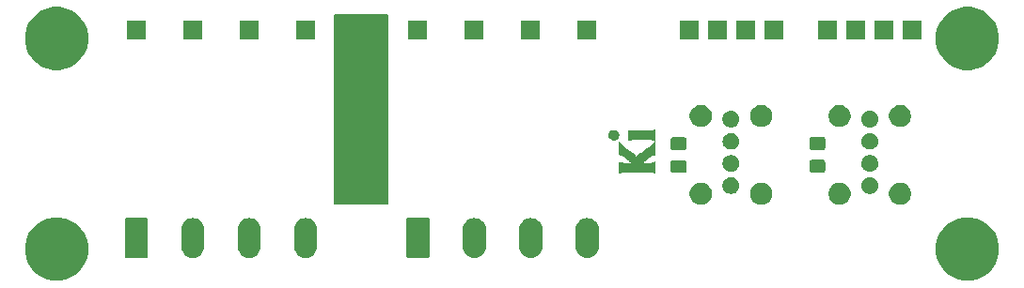
<source format=gts>
G04 #@! TF.GenerationSoftware,KiCad,Pcbnew,(5.0.2)-1*
G04 #@! TF.CreationDate,2020-01-05T18:08:36+01:00*
G04 #@! TF.ProjectId,EleLab_v2_Frontpanel_a,456c654c-6162-45f7-9632-5f46726f6e74,rev?*
G04 #@! TF.SameCoordinates,Original*
G04 #@! TF.FileFunction,Soldermask,Top*
G04 #@! TF.FilePolarity,Negative*
%FSLAX46Y46*%
G04 Gerber Fmt 4.6, Leading zero omitted, Abs format (unit mm)*
G04 Created by KiCad (PCBNEW (5.0.2)-1) date 05/01/2020 18:08:36*
%MOMM*%
%LPD*%
G01*
G04 APERTURE LIST*
%ADD10C,0.150000*%
%ADD11C,0.010000*%
%ADD12C,0.100000*%
G04 APERTURE END LIST*
D10*
G04 #@! TO.C,LO_1*
G36*
X99061600Y-74922800D02*
X99061600Y-91890000D01*
X103786000Y-91890000D01*
X103786000Y-74922800D01*
X99061600Y-74922800D01*
G37*
X99061600Y-74922800D02*
X99061600Y-91890000D01*
X103786000Y-91890000D01*
X103786000Y-74922800D01*
X99061600Y-74922800D01*
D11*
G04 #@! TO.C,LO_2*
G36*
X124628400Y-86886253D02*
X124628400Y-86340941D01*
X124829787Y-86539721D01*
X125192691Y-86869429D01*
X125466815Y-87083849D01*
X125570400Y-87162297D01*
X125690529Y-87256856D01*
X125814202Y-87356950D01*
X125928419Y-87452002D01*
X126020181Y-87531434D01*
X126047760Y-87556532D01*
X126135212Y-87637964D01*
X126226356Y-87568006D01*
X126415604Y-87432564D01*
X126555050Y-87345022D01*
X126637286Y-87290152D01*
X126716612Y-87228876D01*
X126722607Y-87223727D01*
X126805581Y-87154778D01*
X126908137Y-87074253D01*
X127018288Y-86991058D01*
X127124047Y-86914098D01*
X127213425Y-86852281D01*
X127270547Y-86816624D01*
X127323596Y-86781543D01*
X127402062Y-86723014D01*
X127493252Y-86651180D01*
X127584472Y-86576185D01*
X127663032Y-86508172D01*
X127702020Y-86471800D01*
X127728081Y-86447911D01*
X127775406Y-86405637D01*
X127784570Y-86397523D01*
X127854200Y-86335945D01*
X127854200Y-87462400D01*
X127775923Y-87462400D01*
X127699395Y-87479163D01*
X127594149Y-87526393D01*
X127468239Y-87599507D01*
X127329716Y-87693919D01*
X127215533Y-87781458D01*
X127123313Y-87852732D01*
X127032269Y-87918053D01*
X126959535Y-87965223D01*
X126948833Y-87971329D01*
X126882434Y-88011371D01*
X126834284Y-88046658D01*
X126825500Y-88055301D01*
X126786816Y-88089862D01*
X126730250Y-88130085D01*
X126682093Y-88167774D01*
X126660487Y-88198285D01*
X126660400Y-88199586D01*
X126685091Y-88208462D01*
X126756381Y-88215582D01*
X126870092Y-88220736D01*
X127022044Y-88223717D01*
X127156961Y-88224400D01*
X127336263Y-88223716D01*
X127472270Y-88221305D01*
X127572475Y-88216625D01*
X127644369Y-88209137D01*
X127695443Y-88198302D01*
X127733188Y-88183579D01*
X127734811Y-88182756D01*
X127794491Y-88147283D01*
X127832618Y-88115777D01*
X127834761Y-88112906D01*
X127840323Y-88128403D01*
X127845262Y-88187753D01*
X127849312Y-88284014D01*
X127852207Y-88410241D01*
X127853682Y-88559489D01*
X127853811Y-88611206D01*
X127854200Y-89137711D01*
X127784350Y-89108032D01*
X127725758Y-89079859D01*
X127690370Y-89057776D01*
X127661142Y-89053943D01*
X127585781Y-89050343D01*
X127468951Y-89047041D01*
X127315317Y-89044104D01*
X127129546Y-89041601D01*
X126916302Y-89039596D01*
X126680251Y-89038158D01*
X126426059Y-89037353D01*
X126254290Y-89037201D01*
X125950311Y-89037259D01*
X125692912Y-89037530D01*
X125477874Y-89038154D01*
X125300978Y-89039274D01*
X125158004Y-89041031D01*
X125044733Y-89043567D01*
X124956945Y-89047024D01*
X124890421Y-89051543D01*
X124840941Y-89057267D01*
X124804286Y-89064338D01*
X124776237Y-89072896D01*
X124752574Y-89083084D01*
X124742699Y-89088001D01*
X124680869Y-89118756D01*
X124641660Y-89136810D01*
X124635729Y-89138801D01*
X124633507Y-89114665D01*
X124631556Y-89047312D01*
X124629984Y-88944328D01*
X124628901Y-88813294D01*
X124628415Y-88661795D01*
X124628400Y-88628083D01*
X124628664Y-88454940D01*
X124629831Y-88326371D01*
X124632464Y-88236154D01*
X124637123Y-88178063D01*
X124644372Y-88145876D01*
X124654772Y-88133368D01*
X124668885Y-88134314D01*
X124672850Y-88135836D01*
X124761673Y-88169195D01*
X124850181Y-88193261D01*
X124949141Y-88209420D01*
X125069321Y-88219058D01*
X125221488Y-88223560D01*
X125361088Y-88224400D01*
X125780904Y-88224401D01*
X125707900Y-88148201D01*
X125657557Y-88100587D01*
X125620278Y-88074006D01*
X125613483Y-88072000D01*
X125587550Y-88056863D01*
X125534128Y-88017372D01*
X125464145Y-87962412D01*
X125388529Y-87900868D01*
X125318209Y-87841623D01*
X125264114Y-87793561D01*
X125238000Y-87766761D01*
X125210734Y-87744439D01*
X125154630Y-87706064D01*
X125111000Y-87678198D01*
X125023298Y-87619995D01*
X124936698Y-87557049D01*
X124908362Y-87534701D01*
X124841736Y-87489987D01*
X124780643Y-87464592D01*
X124764390Y-87462400D01*
X124720677Y-87461878D01*
X124687502Y-87456209D01*
X124663412Y-87439238D01*
X124646955Y-87404811D01*
X124636677Y-87346774D01*
X124631127Y-87258972D01*
X124628851Y-87135250D01*
X124628396Y-86969455D01*
X124628400Y-86886253D01*
X124628400Y-86886253D01*
G37*
X124628400Y-86886253D02*
X124628400Y-86340941D01*
X124829787Y-86539721D01*
X125192691Y-86869429D01*
X125466815Y-87083849D01*
X125570400Y-87162297D01*
X125690529Y-87256856D01*
X125814202Y-87356950D01*
X125928419Y-87452002D01*
X126020181Y-87531434D01*
X126047760Y-87556532D01*
X126135212Y-87637964D01*
X126226356Y-87568006D01*
X126415604Y-87432564D01*
X126555050Y-87345022D01*
X126637286Y-87290152D01*
X126716612Y-87228876D01*
X126722607Y-87223727D01*
X126805581Y-87154778D01*
X126908137Y-87074253D01*
X127018288Y-86991058D01*
X127124047Y-86914098D01*
X127213425Y-86852281D01*
X127270547Y-86816624D01*
X127323596Y-86781543D01*
X127402062Y-86723014D01*
X127493252Y-86651180D01*
X127584472Y-86576185D01*
X127663032Y-86508172D01*
X127702020Y-86471800D01*
X127728081Y-86447911D01*
X127775406Y-86405637D01*
X127784570Y-86397523D01*
X127854200Y-86335945D01*
X127854200Y-87462400D01*
X127775923Y-87462400D01*
X127699395Y-87479163D01*
X127594149Y-87526393D01*
X127468239Y-87599507D01*
X127329716Y-87693919D01*
X127215533Y-87781458D01*
X127123313Y-87852732D01*
X127032269Y-87918053D01*
X126959535Y-87965223D01*
X126948833Y-87971329D01*
X126882434Y-88011371D01*
X126834284Y-88046658D01*
X126825500Y-88055301D01*
X126786816Y-88089862D01*
X126730250Y-88130085D01*
X126682093Y-88167774D01*
X126660487Y-88198285D01*
X126660400Y-88199586D01*
X126685091Y-88208462D01*
X126756381Y-88215582D01*
X126870092Y-88220736D01*
X127022044Y-88223717D01*
X127156961Y-88224400D01*
X127336263Y-88223716D01*
X127472270Y-88221305D01*
X127572475Y-88216625D01*
X127644369Y-88209137D01*
X127695443Y-88198302D01*
X127733188Y-88183579D01*
X127734811Y-88182756D01*
X127794491Y-88147283D01*
X127832618Y-88115777D01*
X127834761Y-88112906D01*
X127840323Y-88128403D01*
X127845262Y-88187753D01*
X127849312Y-88284014D01*
X127852207Y-88410241D01*
X127853682Y-88559489D01*
X127853811Y-88611206D01*
X127854200Y-89137711D01*
X127784350Y-89108032D01*
X127725758Y-89079859D01*
X127690370Y-89057776D01*
X127661142Y-89053943D01*
X127585781Y-89050343D01*
X127468951Y-89047041D01*
X127315317Y-89044104D01*
X127129546Y-89041601D01*
X126916302Y-89039596D01*
X126680251Y-89038158D01*
X126426059Y-89037353D01*
X126254290Y-89037201D01*
X125950311Y-89037259D01*
X125692912Y-89037530D01*
X125477874Y-89038154D01*
X125300978Y-89039274D01*
X125158004Y-89041031D01*
X125044733Y-89043567D01*
X124956945Y-89047024D01*
X124890421Y-89051543D01*
X124840941Y-89057267D01*
X124804286Y-89064338D01*
X124776237Y-89072896D01*
X124752574Y-89083084D01*
X124742699Y-89088001D01*
X124680869Y-89118756D01*
X124641660Y-89136810D01*
X124635729Y-89138801D01*
X124633507Y-89114665D01*
X124631556Y-89047312D01*
X124629984Y-88944328D01*
X124628901Y-88813294D01*
X124628415Y-88661795D01*
X124628400Y-88628083D01*
X124628664Y-88454940D01*
X124629831Y-88326371D01*
X124632464Y-88236154D01*
X124637123Y-88178063D01*
X124644372Y-88145876D01*
X124654772Y-88133368D01*
X124668885Y-88134314D01*
X124672850Y-88135836D01*
X124761673Y-88169195D01*
X124850181Y-88193261D01*
X124949141Y-88209420D01*
X125069321Y-88219058D01*
X125221488Y-88223560D01*
X125361088Y-88224400D01*
X125780904Y-88224401D01*
X125707900Y-88148201D01*
X125657557Y-88100587D01*
X125620278Y-88074006D01*
X125613483Y-88072000D01*
X125587550Y-88056863D01*
X125534128Y-88017372D01*
X125464145Y-87962412D01*
X125388529Y-87900868D01*
X125318209Y-87841623D01*
X125264114Y-87793561D01*
X125238000Y-87766761D01*
X125210734Y-87744439D01*
X125154630Y-87706064D01*
X125111000Y-87678198D01*
X125023298Y-87619995D01*
X124936698Y-87557049D01*
X124908362Y-87534701D01*
X124841736Y-87489987D01*
X124780643Y-87464592D01*
X124764390Y-87462400D01*
X124720677Y-87461878D01*
X124687502Y-87456209D01*
X124663412Y-87439238D01*
X124646955Y-87404811D01*
X124636677Y-87346774D01*
X124631127Y-87258972D01*
X124628851Y-87135250D01*
X124628396Y-86969455D01*
X124628400Y-86886253D01*
G36*
X126592045Y-85303400D02*
X126863528Y-85303179D01*
X127088618Y-85302417D01*
X127271721Y-85300974D01*
X127417240Y-85298706D01*
X127529583Y-85295469D01*
X127613155Y-85291122D01*
X127672359Y-85285520D01*
X127711603Y-85278522D01*
X127735292Y-85269984D01*
X127741395Y-85266108D01*
X127778943Y-85239822D01*
X127807085Y-85229109D01*
X127827174Y-85239290D01*
X127840563Y-85275688D01*
X127848605Y-85343624D01*
X127852653Y-85448422D01*
X127854060Y-85595402D01*
X127854200Y-85709800D01*
X127853515Y-85860082D01*
X127851608Y-85991273D01*
X127848702Y-86095573D01*
X127845017Y-86165181D01*
X127840776Y-86192295D01*
X127840488Y-86192400D01*
X127811454Y-86181845D01*
X127754509Y-86155274D01*
X127727200Y-86141600D01*
X127699760Y-86128734D01*
X127669394Y-86118241D01*
X127630920Y-86109880D01*
X127579155Y-86103409D01*
X127508918Y-86098589D01*
X127415027Y-86095178D01*
X127292301Y-86092935D01*
X127135559Y-86091619D01*
X126939617Y-86090990D01*
X126699296Y-86090805D01*
X126634750Y-86090800D01*
X126377269Y-86091053D01*
X126165749Y-86091929D01*
X125995351Y-86093604D01*
X125861238Y-86096252D01*
X125758571Y-86100050D01*
X125682513Y-86105173D01*
X125628226Y-86111797D01*
X125590872Y-86120097D01*
X125566938Y-86129553D01*
X125492000Y-86168305D01*
X125492000Y-85303400D01*
X126592045Y-85303400D01*
X126592045Y-85303400D01*
G37*
X126592045Y-85303400D02*
X126863528Y-85303179D01*
X127088618Y-85302417D01*
X127271721Y-85300974D01*
X127417240Y-85298706D01*
X127529583Y-85295469D01*
X127613155Y-85291122D01*
X127672359Y-85285520D01*
X127711603Y-85278522D01*
X127735292Y-85269984D01*
X127741395Y-85266108D01*
X127778943Y-85239822D01*
X127807085Y-85229109D01*
X127827174Y-85239290D01*
X127840563Y-85275688D01*
X127848605Y-85343624D01*
X127852653Y-85448422D01*
X127854060Y-85595402D01*
X127854200Y-85709800D01*
X127853515Y-85860082D01*
X127851608Y-85991273D01*
X127848702Y-86095573D01*
X127845017Y-86165181D01*
X127840776Y-86192295D01*
X127840488Y-86192400D01*
X127811454Y-86181845D01*
X127754509Y-86155274D01*
X127727200Y-86141600D01*
X127699760Y-86128734D01*
X127669394Y-86118241D01*
X127630920Y-86109880D01*
X127579155Y-86103409D01*
X127508918Y-86098589D01*
X127415027Y-86095178D01*
X127292301Y-86092935D01*
X127135559Y-86091619D01*
X126939617Y-86090990D01*
X126699296Y-86090805D01*
X126634750Y-86090800D01*
X126377269Y-86091053D01*
X126165749Y-86091929D01*
X125995351Y-86093604D01*
X125861238Y-86096252D01*
X125758571Y-86100050D01*
X125682513Y-86105173D01*
X125628226Y-86111797D01*
X125590872Y-86120097D01*
X125566938Y-86129553D01*
X125492000Y-86168305D01*
X125492000Y-85303400D01*
X126592045Y-85303400D01*
G36*
X123725960Y-85544059D02*
X123792395Y-85426455D01*
X123895045Y-85332977D01*
X123981124Y-85289188D01*
X124119614Y-85258578D01*
X124257591Y-85267679D01*
X124379084Y-85315027D01*
X124397850Y-85327412D01*
X124485408Y-85417851D01*
X124545553Y-85536729D01*
X124575418Y-85669667D01*
X124572134Y-85802287D01*
X124532832Y-85920210D01*
X124520244Y-85940994D01*
X124441394Y-86023263D01*
X124332770Y-86091086D01*
X124215295Y-86133253D01*
X124145799Y-86141600D01*
X124036575Y-86122326D01*
X123922110Y-86071810D01*
X123823158Y-86001018D01*
X123774295Y-85945358D01*
X123713876Y-85813139D01*
X123698776Y-85676163D01*
X123725960Y-85544059D01*
X123725960Y-85544059D01*
G37*
X123725960Y-85544059D02*
X123792395Y-85426455D01*
X123895045Y-85332977D01*
X123981124Y-85289188D01*
X124119614Y-85258578D01*
X124257591Y-85267679D01*
X124379084Y-85315027D01*
X124397850Y-85327412D01*
X124485408Y-85417851D01*
X124545553Y-85536729D01*
X124575418Y-85669667D01*
X124572134Y-85802287D01*
X124532832Y-85920210D01*
X124520244Y-85940994D01*
X124441394Y-86023263D01*
X124332770Y-86091086D01*
X124215295Y-86133253D01*
X124145799Y-86141600D01*
X124036575Y-86122326D01*
X123922110Y-86071810D01*
X123823158Y-86001018D01*
X123774295Y-85945358D01*
X123713876Y-85813139D01*
X123698776Y-85676163D01*
X123725960Y-85544059D01*
D12*
G36*
X74831312Y-93259523D02*
X75349982Y-93474363D01*
X75816772Y-93786262D01*
X76213738Y-94183228D01*
X76525637Y-94650018D01*
X76740477Y-95168688D01*
X76850000Y-95719298D01*
X76850000Y-96280702D01*
X76740477Y-96831312D01*
X76525637Y-97349982D01*
X76213738Y-97816772D01*
X75816772Y-98213738D01*
X75349982Y-98525637D01*
X74831312Y-98740477D01*
X74280702Y-98850000D01*
X73719298Y-98850000D01*
X73168688Y-98740477D01*
X72650018Y-98525637D01*
X72183228Y-98213738D01*
X71786262Y-97816772D01*
X71474363Y-97349982D01*
X71259523Y-96831312D01*
X71150000Y-96280702D01*
X71150000Y-95719298D01*
X71259523Y-95168688D01*
X71474363Y-94650018D01*
X71786262Y-94183228D01*
X72183228Y-93786262D01*
X72650018Y-93474363D01*
X73168688Y-93259523D01*
X73719298Y-93150000D01*
X74280702Y-93150000D01*
X74831312Y-93259523D01*
X74831312Y-93259523D01*
G37*
G36*
X156831312Y-93259523D02*
X157349982Y-93474363D01*
X157816772Y-93786262D01*
X158213738Y-94183228D01*
X158525637Y-94650018D01*
X158740477Y-95168688D01*
X158850000Y-95719298D01*
X158850000Y-96280702D01*
X158740477Y-96831312D01*
X158525637Y-97349982D01*
X158213738Y-97816772D01*
X157816772Y-98213738D01*
X157349982Y-98525637D01*
X156831312Y-98740477D01*
X156280702Y-98850000D01*
X155719298Y-98850000D01*
X155168688Y-98740477D01*
X154650018Y-98525637D01*
X154183228Y-98213738D01*
X153786262Y-97816772D01*
X153474363Y-97349982D01*
X153259523Y-96831312D01*
X153150000Y-96280702D01*
X153150000Y-95719298D01*
X153259523Y-95168688D01*
X153474363Y-94650018D01*
X153786262Y-94183228D01*
X154183228Y-93786262D01*
X154650018Y-93474363D01*
X155168688Y-93259523D01*
X155719298Y-93150000D01*
X156280702Y-93150000D01*
X156831312Y-93259523D01*
X156831312Y-93259523D01*
G37*
G36*
X91548875Y-93215048D02*
X91744915Y-93274516D01*
X91925589Y-93371088D01*
X92083949Y-93501051D01*
X92083950Y-93501053D01*
X92083952Y-93501054D01*
X92124663Y-93550661D01*
X92213912Y-93659411D01*
X92310484Y-93840084D01*
X92369952Y-94036124D01*
X92385000Y-94188909D01*
X92385000Y-95811091D01*
X92369952Y-95963876D01*
X92310484Y-96159916D01*
X92213912Y-96340589D01*
X92083949Y-96498949D01*
X91925589Y-96628912D01*
X91744916Y-96725484D01*
X91548876Y-96784952D01*
X91345000Y-96805032D01*
X91141125Y-96784952D01*
X90945085Y-96725484D01*
X90764412Y-96628912D01*
X90606052Y-96498949D01*
X90476089Y-96340589D01*
X90379517Y-96159916D01*
X90360628Y-96097646D01*
X90320048Y-95963877D01*
X90305000Y-95811084D01*
X90305000Y-94188910D01*
X90320048Y-94036125D01*
X90379516Y-93840085D01*
X90476088Y-93659411D01*
X90606051Y-93501051D01*
X90606053Y-93501050D01*
X90606054Y-93501048D01*
X90668258Y-93449999D01*
X90764411Y-93371088D01*
X90945084Y-93274516D01*
X91141124Y-93215048D01*
X91345000Y-93194968D01*
X91548875Y-93215048D01*
X91548875Y-93215048D01*
G37*
G36*
X86468875Y-93215048D02*
X86664915Y-93274516D01*
X86845589Y-93371088D01*
X87003949Y-93501051D01*
X87003950Y-93501053D01*
X87003952Y-93501054D01*
X87044663Y-93550661D01*
X87133912Y-93659411D01*
X87230484Y-93840084D01*
X87289952Y-94036124D01*
X87305000Y-94188909D01*
X87305000Y-95811091D01*
X87289952Y-95963876D01*
X87230484Y-96159916D01*
X87133912Y-96340589D01*
X87003949Y-96498949D01*
X86845589Y-96628912D01*
X86664916Y-96725484D01*
X86468876Y-96784952D01*
X86265000Y-96805032D01*
X86061125Y-96784952D01*
X85865085Y-96725484D01*
X85684412Y-96628912D01*
X85526052Y-96498949D01*
X85396089Y-96340589D01*
X85299517Y-96159916D01*
X85280628Y-96097646D01*
X85240048Y-95963877D01*
X85225000Y-95811084D01*
X85225000Y-94188910D01*
X85240048Y-94036125D01*
X85299516Y-93840085D01*
X85396088Y-93659411D01*
X85526051Y-93501051D01*
X85526053Y-93501050D01*
X85526054Y-93501048D01*
X85588258Y-93449999D01*
X85684411Y-93371088D01*
X85865084Y-93274516D01*
X86061124Y-93215048D01*
X86265000Y-93194968D01*
X86468875Y-93215048D01*
X86468875Y-93215048D01*
G37*
G36*
X111813875Y-93215048D02*
X112009915Y-93274516D01*
X112190589Y-93371088D01*
X112348949Y-93501051D01*
X112348950Y-93501053D01*
X112348952Y-93501054D01*
X112389663Y-93550661D01*
X112478912Y-93659411D01*
X112575484Y-93840084D01*
X112634952Y-94036124D01*
X112650000Y-94188909D01*
X112650000Y-95811091D01*
X112634952Y-95963876D01*
X112575484Y-96159916D01*
X112478912Y-96340589D01*
X112348949Y-96498949D01*
X112190589Y-96628912D01*
X112009916Y-96725484D01*
X111813876Y-96784952D01*
X111610000Y-96805032D01*
X111406125Y-96784952D01*
X111210085Y-96725484D01*
X111029412Y-96628912D01*
X110871052Y-96498949D01*
X110741089Y-96340589D01*
X110644517Y-96159916D01*
X110625628Y-96097646D01*
X110585048Y-95963877D01*
X110570000Y-95811084D01*
X110570000Y-94188910D01*
X110585048Y-94036125D01*
X110644516Y-93840085D01*
X110741088Y-93659411D01*
X110871051Y-93501051D01*
X110871053Y-93501050D01*
X110871054Y-93501048D01*
X110933258Y-93449999D01*
X111029411Y-93371088D01*
X111210084Y-93274516D01*
X111406124Y-93215048D01*
X111610000Y-93194968D01*
X111813875Y-93215048D01*
X111813875Y-93215048D01*
G37*
G36*
X116893875Y-93215048D02*
X117089915Y-93274516D01*
X117270589Y-93371088D01*
X117428949Y-93501051D01*
X117428950Y-93501053D01*
X117428952Y-93501054D01*
X117469663Y-93550661D01*
X117558912Y-93659411D01*
X117655484Y-93840084D01*
X117714952Y-94036124D01*
X117730000Y-94188909D01*
X117730000Y-95811091D01*
X117714952Y-95963876D01*
X117655484Y-96159916D01*
X117558912Y-96340589D01*
X117428949Y-96498949D01*
X117270589Y-96628912D01*
X117089916Y-96725484D01*
X116893876Y-96784952D01*
X116690000Y-96805032D01*
X116486125Y-96784952D01*
X116290085Y-96725484D01*
X116109412Y-96628912D01*
X115951052Y-96498949D01*
X115821089Y-96340589D01*
X115724517Y-96159916D01*
X115705628Y-96097646D01*
X115665048Y-95963877D01*
X115650000Y-95811084D01*
X115650000Y-94188910D01*
X115665048Y-94036125D01*
X115724516Y-93840085D01*
X115821088Y-93659411D01*
X115951051Y-93501051D01*
X115951053Y-93501050D01*
X115951054Y-93501048D01*
X116013258Y-93449999D01*
X116109411Y-93371088D01*
X116290084Y-93274516D01*
X116486124Y-93215048D01*
X116690000Y-93194968D01*
X116893875Y-93215048D01*
X116893875Y-93215048D01*
G37*
G36*
X121973875Y-93215048D02*
X122169915Y-93274516D01*
X122350589Y-93371088D01*
X122508949Y-93501051D01*
X122508950Y-93501053D01*
X122508952Y-93501054D01*
X122549663Y-93550661D01*
X122638912Y-93659411D01*
X122735484Y-93840084D01*
X122794952Y-94036124D01*
X122810000Y-94188909D01*
X122810000Y-95811091D01*
X122794952Y-95963876D01*
X122735484Y-96159916D01*
X122638912Y-96340589D01*
X122508949Y-96498949D01*
X122350589Y-96628912D01*
X122169916Y-96725484D01*
X121973876Y-96784952D01*
X121770000Y-96805032D01*
X121566125Y-96784952D01*
X121370085Y-96725484D01*
X121189412Y-96628912D01*
X121031052Y-96498949D01*
X120901089Y-96340589D01*
X120804517Y-96159916D01*
X120785628Y-96097646D01*
X120745048Y-95963877D01*
X120730000Y-95811084D01*
X120730000Y-94188910D01*
X120745048Y-94036125D01*
X120804516Y-93840085D01*
X120901088Y-93659411D01*
X121031051Y-93501051D01*
X121031053Y-93501050D01*
X121031054Y-93501048D01*
X121093258Y-93449999D01*
X121189411Y-93371088D01*
X121370084Y-93274516D01*
X121566124Y-93215048D01*
X121770000Y-93194968D01*
X121973875Y-93215048D01*
X121973875Y-93215048D01*
G37*
G36*
X96628875Y-93215048D02*
X96824915Y-93274516D01*
X97005589Y-93371088D01*
X97163949Y-93501051D01*
X97163950Y-93501053D01*
X97163952Y-93501054D01*
X97204663Y-93550661D01*
X97293912Y-93659411D01*
X97390484Y-93840084D01*
X97449952Y-94036124D01*
X97465000Y-94188909D01*
X97465000Y-95811091D01*
X97449952Y-95963876D01*
X97390484Y-96159916D01*
X97293912Y-96340589D01*
X97163949Y-96498949D01*
X97005589Y-96628912D01*
X96824916Y-96725484D01*
X96628876Y-96784952D01*
X96425000Y-96805032D01*
X96221125Y-96784952D01*
X96025085Y-96725484D01*
X95844412Y-96628912D01*
X95686052Y-96498949D01*
X95556089Y-96340589D01*
X95459517Y-96159916D01*
X95440628Y-96097646D01*
X95400048Y-95963877D01*
X95385000Y-95811084D01*
X95385000Y-94188910D01*
X95400048Y-94036125D01*
X95459516Y-93840085D01*
X95556088Y-93659411D01*
X95686051Y-93501051D01*
X95686053Y-93501050D01*
X95686054Y-93501048D01*
X95748258Y-93449999D01*
X95844411Y-93371088D01*
X96025084Y-93274516D01*
X96221124Y-93215048D01*
X96425000Y-93194968D01*
X96628875Y-93215048D01*
X96628875Y-93215048D01*
G37*
G36*
X107445081Y-93203572D02*
X107474055Y-93212361D01*
X107500760Y-93226635D01*
X107524160Y-93245840D01*
X107543365Y-93269240D01*
X107557639Y-93295945D01*
X107566428Y-93324919D01*
X107570000Y-93361187D01*
X107570000Y-96638813D01*
X107566428Y-96675081D01*
X107557639Y-96704055D01*
X107543365Y-96730760D01*
X107524160Y-96754160D01*
X107500760Y-96773365D01*
X107474055Y-96787639D01*
X107445081Y-96796428D01*
X107408813Y-96800000D01*
X105651187Y-96800000D01*
X105614919Y-96796428D01*
X105585945Y-96787639D01*
X105559240Y-96773365D01*
X105535840Y-96754160D01*
X105516635Y-96730760D01*
X105502361Y-96704055D01*
X105493572Y-96675081D01*
X105490000Y-96638813D01*
X105490000Y-93361187D01*
X105493572Y-93324919D01*
X105502361Y-93295945D01*
X105516635Y-93269240D01*
X105535840Y-93245840D01*
X105559240Y-93226635D01*
X105585945Y-93212361D01*
X105614919Y-93203572D01*
X105651187Y-93200000D01*
X107408813Y-93200000D01*
X107445081Y-93203572D01*
X107445081Y-93203572D01*
G37*
G36*
X82100081Y-93203572D02*
X82129055Y-93212361D01*
X82155760Y-93226635D01*
X82179160Y-93245840D01*
X82198365Y-93269240D01*
X82212639Y-93295945D01*
X82221428Y-93324919D01*
X82225000Y-93361187D01*
X82225000Y-96638813D01*
X82221428Y-96675081D01*
X82212639Y-96704055D01*
X82198365Y-96730760D01*
X82179160Y-96754160D01*
X82155760Y-96773365D01*
X82129055Y-96787639D01*
X82100081Y-96796428D01*
X82063813Y-96800000D01*
X80306187Y-96800000D01*
X80269919Y-96796428D01*
X80240945Y-96787639D01*
X80214240Y-96773365D01*
X80190840Y-96754160D01*
X80171635Y-96730760D01*
X80157361Y-96704055D01*
X80148572Y-96675081D01*
X80145000Y-96638813D01*
X80145000Y-93361187D01*
X80148572Y-93324919D01*
X80157361Y-93295945D01*
X80171635Y-93269240D01*
X80190840Y-93245840D01*
X80214240Y-93226635D01*
X80240945Y-93212361D01*
X80269919Y-93203572D01*
X80306187Y-93200000D01*
X82063813Y-93200000D01*
X82100081Y-93203572D01*
X82100081Y-93203572D01*
G37*
G36*
X132175770Y-90015372D02*
X132291689Y-90038429D01*
X132473678Y-90113811D01*
X132637463Y-90223249D01*
X132776751Y-90362537D01*
X132886189Y-90526322D01*
X132961571Y-90708311D01*
X133000000Y-90901509D01*
X133000000Y-91098491D01*
X132961571Y-91291689D01*
X132886189Y-91473678D01*
X132776751Y-91637463D01*
X132637463Y-91776751D01*
X132473678Y-91886189D01*
X132291689Y-91961571D01*
X132175770Y-91984628D01*
X132098493Y-92000000D01*
X131901507Y-92000000D01*
X131824230Y-91984628D01*
X131708311Y-91961571D01*
X131526322Y-91886189D01*
X131362537Y-91776751D01*
X131223249Y-91637463D01*
X131113811Y-91473678D01*
X131038429Y-91291689D01*
X131000000Y-91098491D01*
X131000000Y-90901509D01*
X131038429Y-90708311D01*
X131113811Y-90526322D01*
X131223249Y-90362537D01*
X131362537Y-90223249D01*
X131526322Y-90113811D01*
X131708311Y-90038429D01*
X131824230Y-90015372D01*
X131901507Y-90000000D01*
X132098493Y-90000000D01*
X132175770Y-90015372D01*
X132175770Y-90015372D01*
G37*
G36*
X150115770Y-90015372D02*
X150231689Y-90038429D01*
X150413678Y-90113811D01*
X150577463Y-90223249D01*
X150716751Y-90362537D01*
X150826189Y-90526322D01*
X150901571Y-90708311D01*
X150940000Y-90901509D01*
X150940000Y-91098491D01*
X150901571Y-91291689D01*
X150826189Y-91473678D01*
X150716751Y-91637463D01*
X150577463Y-91776751D01*
X150413678Y-91886189D01*
X150231689Y-91961571D01*
X150115770Y-91984628D01*
X150038493Y-92000000D01*
X149841507Y-92000000D01*
X149764230Y-91984628D01*
X149648311Y-91961571D01*
X149466322Y-91886189D01*
X149302537Y-91776751D01*
X149163249Y-91637463D01*
X149053811Y-91473678D01*
X148978429Y-91291689D01*
X148940000Y-91098491D01*
X148940000Y-90901509D01*
X148978429Y-90708311D01*
X149053811Y-90526322D01*
X149163249Y-90362537D01*
X149302537Y-90223249D01*
X149466322Y-90113811D01*
X149648311Y-90038429D01*
X149764230Y-90015372D01*
X149841507Y-90000000D01*
X150038493Y-90000000D01*
X150115770Y-90015372D01*
X150115770Y-90015372D01*
G37*
G36*
X144675770Y-90015372D02*
X144791689Y-90038429D01*
X144973678Y-90113811D01*
X145137463Y-90223249D01*
X145276751Y-90362537D01*
X145386189Y-90526322D01*
X145461571Y-90708311D01*
X145500000Y-90901509D01*
X145500000Y-91098491D01*
X145461571Y-91291689D01*
X145386189Y-91473678D01*
X145276751Y-91637463D01*
X145137463Y-91776751D01*
X144973678Y-91886189D01*
X144791689Y-91961571D01*
X144675770Y-91984628D01*
X144598493Y-92000000D01*
X144401507Y-92000000D01*
X144324230Y-91984628D01*
X144208311Y-91961571D01*
X144026322Y-91886189D01*
X143862537Y-91776751D01*
X143723249Y-91637463D01*
X143613811Y-91473678D01*
X143538429Y-91291689D01*
X143500000Y-91098491D01*
X143500000Y-90901509D01*
X143538429Y-90708311D01*
X143613811Y-90526322D01*
X143723249Y-90362537D01*
X143862537Y-90223249D01*
X144026322Y-90113811D01*
X144208311Y-90038429D01*
X144324230Y-90015372D01*
X144401507Y-90000000D01*
X144598493Y-90000000D01*
X144675770Y-90015372D01*
X144675770Y-90015372D01*
G37*
G36*
X137615770Y-90015372D02*
X137731689Y-90038429D01*
X137913678Y-90113811D01*
X138077463Y-90223249D01*
X138216751Y-90362537D01*
X138326189Y-90526322D01*
X138401571Y-90708311D01*
X138440000Y-90901509D01*
X138440000Y-91098491D01*
X138401571Y-91291689D01*
X138326189Y-91473678D01*
X138216751Y-91637463D01*
X138077463Y-91776751D01*
X137913678Y-91886189D01*
X137731689Y-91961571D01*
X137615770Y-91984628D01*
X137538493Y-92000000D01*
X137341507Y-92000000D01*
X137264230Y-91984628D01*
X137148311Y-91961571D01*
X136966322Y-91886189D01*
X136802537Y-91776751D01*
X136663249Y-91637463D01*
X136553811Y-91473678D01*
X136478429Y-91291689D01*
X136440000Y-91098491D01*
X136440000Y-90901509D01*
X136478429Y-90708311D01*
X136553811Y-90526322D01*
X136663249Y-90362537D01*
X136802537Y-90223249D01*
X136966322Y-90113811D01*
X137148311Y-90038429D01*
X137264230Y-90015372D01*
X137341507Y-90000000D01*
X137538493Y-90000000D01*
X137615770Y-90015372D01*
X137615770Y-90015372D01*
G37*
G36*
X147366318Y-89534411D02*
X147438767Y-89548822D01*
X147495303Y-89572240D01*
X147575257Y-89605358D01*
X147698100Y-89687439D01*
X147802561Y-89791900D01*
X147884642Y-89914743D01*
X147941178Y-90051234D01*
X147970000Y-90196130D01*
X147970000Y-90343870D01*
X147941178Y-90488766D01*
X147884642Y-90625257D01*
X147802561Y-90748100D01*
X147698100Y-90852561D01*
X147575257Y-90934642D01*
X147495303Y-90967760D01*
X147438767Y-90991178D01*
X147366318Y-91005589D01*
X147293870Y-91020000D01*
X147146130Y-91020000D01*
X147073682Y-91005589D01*
X147001233Y-90991178D01*
X146944697Y-90967760D01*
X146864743Y-90934642D01*
X146741900Y-90852561D01*
X146637439Y-90748100D01*
X146555358Y-90625257D01*
X146498822Y-90488766D01*
X146470000Y-90343870D01*
X146470000Y-90196130D01*
X146498822Y-90051234D01*
X146555358Y-89914743D01*
X146637439Y-89791900D01*
X146741900Y-89687439D01*
X146864743Y-89605358D01*
X146944697Y-89572240D01*
X147001233Y-89548822D01*
X147073682Y-89534411D01*
X147146130Y-89520000D01*
X147293870Y-89520000D01*
X147366318Y-89534411D01*
X147366318Y-89534411D01*
G37*
G36*
X134866318Y-89534411D02*
X134938767Y-89548822D01*
X134995303Y-89572240D01*
X135075257Y-89605358D01*
X135198100Y-89687439D01*
X135302561Y-89791900D01*
X135384642Y-89914743D01*
X135441178Y-90051234D01*
X135470000Y-90196130D01*
X135470000Y-90343870D01*
X135441178Y-90488766D01*
X135384642Y-90625257D01*
X135302561Y-90748100D01*
X135198100Y-90852561D01*
X135075257Y-90934642D01*
X134995303Y-90967760D01*
X134938767Y-90991178D01*
X134866318Y-91005589D01*
X134793870Y-91020000D01*
X134646130Y-91020000D01*
X134573682Y-91005589D01*
X134501233Y-90991178D01*
X134444697Y-90967760D01*
X134364743Y-90934642D01*
X134241900Y-90852561D01*
X134137439Y-90748100D01*
X134055358Y-90625257D01*
X133998822Y-90488766D01*
X133970000Y-90343870D01*
X133970000Y-90196130D01*
X133998822Y-90051234D01*
X134055358Y-89914743D01*
X134137439Y-89791900D01*
X134241900Y-89687439D01*
X134364743Y-89605358D01*
X134444697Y-89572240D01*
X134501233Y-89548822D01*
X134573682Y-89534411D01*
X134646130Y-89520000D01*
X134793870Y-89520000D01*
X134866318Y-89534411D01*
X134866318Y-89534411D01*
G37*
G36*
X130555522Y-87979039D02*
X130589053Y-87989211D01*
X130619960Y-88005731D01*
X130647043Y-88027957D01*
X130669269Y-88055040D01*
X130685789Y-88085947D01*
X130695961Y-88119478D01*
X130700000Y-88160487D01*
X130700000Y-88939513D01*
X130695961Y-88980522D01*
X130685789Y-89014053D01*
X130669269Y-89044960D01*
X130647043Y-89072043D01*
X130619960Y-89094269D01*
X130589053Y-89110789D01*
X130555522Y-89120961D01*
X130514513Y-89125000D01*
X129485487Y-89125000D01*
X129444478Y-89120961D01*
X129410947Y-89110789D01*
X129380040Y-89094269D01*
X129352957Y-89072043D01*
X129330731Y-89044960D01*
X129314211Y-89014053D01*
X129304039Y-88980522D01*
X129300000Y-88939513D01*
X129300000Y-88160487D01*
X129304039Y-88119478D01*
X129314211Y-88085947D01*
X129330731Y-88055040D01*
X129352957Y-88027957D01*
X129380040Y-88005731D01*
X129410947Y-87989211D01*
X129444478Y-87979039D01*
X129485487Y-87975000D01*
X130514513Y-87975000D01*
X130555522Y-87979039D01*
X130555522Y-87979039D01*
G37*
G36*
X143055522Y-87954039D02*
X143089053Y-87964211D01*
X143119960Y-87980731D01*
X143147043Y-88002957D01*
X143169269Y-88030040D01*
X143185789Y-88060947D01*
X143195961Y-88094478D01*
X143200000Y-88135487D01*
X143200000Y-88914513D01*
X143195961Y-88955522D01*
X143185789Y-88989053D01*
X143169269Y-89019960D01*
X143147043Y-89047043D01*
X143119960Y-89069269D01*
X143089053Y-89085789D01*
X143055522Y-89095961D01*
X143014513Y-89100000D01*
X141985487Y-89100000D01*
X141944478Y-89095961D01*
X141910947Y-89085789D01*
X141880040Y-89069269D01*
X141852957Y-89047043D01*
X141830731Y-89019960D01*
X141814211Y-88989053D01*
X141804039Y-88955522D01*
X141800000Y-88914513D01*
X141800000Y-88135487D01*
X141804039Y-88094478D01*
X141814211Y-88060947D01*
X141830731Y-88030040D01*
X141852957Y-88002957D01*
X141880040Y-87980731D01*
X141910947Y-87964211D01*
X141944478Y-87954039D01*
X141985487Y-87950000D01*
X143014513Y-87950000D01*
X143055522Y-87954039D01*
X143055522Y-87954039D01*
G37*
G36*
X134866318Y-87534411D02*
X134938767Y-87548822D01*
X134995303Y-87572240D01*
X135075257Y-87605358D01*
X135198100Y-87687439D01*
X135302561Y-87791900D01*
X135384642Y-87914743D01*
X135417760Y-87994697D01*
X135431537Y-88027957D01*
X135441178Y-88051234D01*
X135470000Y-88196130D01*
X135470000Y-88343870D01*
X135441178Y-88488766D01*
X135384642Y-88625257D01*
X135302561Y-88748100D01*
X135198100Y-88852561D01*
X135075257Y-88934642D01*
X134995303Y-88967760D01*
X134938767Y-88991178D01*
X134866318Y-89005589D01*
X134793870Y-89020000D01*
X134646130Y-89020000D01*
X134573682Y-89005589D01*
X134501233Y-88991178D01*
X134444697Y-88967760D01*
X134364743Y-88934642D01*
X134241900Y-88852561D01*
X134137439Y-88748100D01*
X134055358Y-88625257D01*
X133998822Y-88488766D01*
X133970000Y-88343870D01*
X133970000Y-88196130D01*
X133998822Y-88051234D01*
X134008464Y-88027957D01*
X134022240Y-87994697D01*
X134055358Y-87914743D01*
X134137439Y-87791900D01*
X134241900Y-87687439D01*
X134364743Y-87605358D01*
X134444697Y-87572240D01*
X134501233Y-87548822D01*
X134573682Y-87534411D01*
X134646130Y-87520000D01*
X134793870Y-87520000D01*
X134866318Y-87534411D01*
X134866318Y-87534411D01*
G37*
G36*
X147366318Y-87534411D02*
X147438767Y-87548822D01*
X147495303Y-87572240D01*
X147575257Y-87605358D01*
X147698100Y-87687439D01*
X147802561Y-87791900D01*
X147884642Y-87914743D01*
X147917760Y-87994697D01*
X147931537Y-88027957D01*
X147941178Y-88051234D01*
X147970000Y-88196130D01*
X147970000Y-88343870D01*
X147941178Y-88488766D01*
X147884642Y-88625257D01*
X147802561Y-88748100D01*
X147698100Y-88852561D01*
X147575257Y-88934642D01*
X147495303Y-88967760D01*
X147438767Y-88991178D01*
X147366318Y-89005589D01*
X147293870Y-89020000D01*
X147146130Y-89020000D01*
X147073682Y-89005589D01*
X147001233Y-88991178D01*
X146944697Y-88967760D01*
X146864743Y-88934642D01*
X146741900Y-88852561D01*
X146637439Y-88748100D01*
X146555358Y-88625257D01*
X146498822Y-88488766D01*
X146470000Y-88343870D01*
X146470000Y-88196130D01*
X146498822Y-88051234D01*
X146508464Y-88027957D01*
X146522240Y-87994697D01*
X146555358Y-87914743D01*
X146637439Y-87791900D01*
X146741900Y-87687439D01*
X146864743Y-87605358D01*
X146944697Y-87572240D01*
X147001233Y-87548822D01*
X147073682Y-87534411D01*
X147146130Y-87520000D01*
X147293870Y-87520000D01*
X147366318Y-87534411D01*
X147366318Y-87534411D01*
G37*
G36*
X100768152Y-86066143D02*
X100913741Y-86126448D01*
X101044773Y-86214001D01*
X101156199Y-86325427D01*
X101243752Y-86456459D01*
X101304057Y-86602048D01*
X101334800Y-86756605D01*
X101334800Y-86914195D01*
X101304057Y-87068752D01*
X101243752Y-87214341D01*
X101156199Y-87345373D01*
X101044773Y-87456799D01*
X100913741Y-87544352D01*
X100768152Y-87604657D01*
X100613595Y-87635400D01*
X100456005Y-87635400D01*
X100301448Y-87604657D01*
X100155859Y-87544352D01*
X100024827Y-87456799D01*
X99913401Y-87345373D01*
X99825848Y-87214341D01*
X99765543Y-87068752D01*
X99734800Y-86914195D01*
X99734800Y-86756605D01*
X99765543Y-86602048D01*
X99825848Y-86456459D01*
X99913401Y-86325427D01*
X100024827Y-86214001D01*
X100155859Y-86126448D01*
X100301448Y-86066143D01*
X100456005Y-86035400D01*
X100613595Y-86035400D01*
X100768152Y-86066143D01*
X100768152Y-86066143D01*
G37*
G36*
X130555522Y-85929039D02*
X130589053Y-85939211D01*
X130619960Y-85955731D01*
X130647043Y-85977957D01*
X130669269Y-86005040D01*
X130685789Y-86035947D01*
X130695961Y-86069478D01*
X130700000Y-86110487D01*
X130700000Y-86889513D01*
X130695961Y-86930522D01*
X130685789Y-86964053D01*
X130669269Y-86994960D01*
X130647043Y-87022043D01*
X130619960Y-87044269D01*
X130589053Y-87060789D01*
X130555522Y-87070961D01*
X130514513Y-87075000D01*
X129485487Y-87075000D01*
X129444478Y-87070961D01*
X129410947Y-87060789D01*
X129380040Y-87044269D01*
X129352957Y-87022043D01*
X129330731Y-86994960D01*
X129314211Y-86964053D01*
X129304039Y-86930522D01*
X129300000Y-86889513D01*
X129300000Y-86110487D01*
X129304039Y-86069478D01*
X129314211Y-86035947D01*
X129330731Y-86005040D01*
X129352957Y-85977957D01*
X129380040Y-85955731D01*
X129410947Y-85939211D01*
X129444478Y-85929039D01*
X129485487Y-85925000D01*
X130514513Y-85925000D01*
X130555522Y-85929039D01*
X130555522Y-85929039D01*
G37*
G36*
X143055522Y-85904039D02*
X143089053Y-85914211D01*
X143119960Y-85930731D01*
X143147043Y-85952957D01*
X143169269Y-85980040D01*
X143185789Y-86010947D01*
X143195961Y-86044478D01*
X143200000Y-86085487D01*
X143200000Y-86864513D01*
X143195961Y-86905522D01*
X143185789Y-86939053D01*
X143169269Y-86969960D01*
X143147043Y-86997043D01*
X143119960Y-87019269D01*
X143089053Y-87035789D01*
X143055522Y-87045961D01*
X143014513Y-87050000D01*
X141985487Y-87050000D01*
X141944478Y-87045961D01*
X141910947Y-87035789D01*
X141880040Y-87019269D01*
X141852957Y-86997043D01*
X141830731Y-86969960D01*
X141814211Y-86939053D01*
X141804039Y-86905522D01*
X141800000Y-86864513D01*
X141800000Y-86085487D01*
X141804039Y-86044478D01*
X141814211Y-86010947D01*
X141830731Y-85980040D01*
X141852957Y-85952957D01*
X141880040Y-85930731D01*
X141910947Y-85914211D01*
X141944478Y-85904039D01*
X141985487Y-85900000D01*
X143014513Y-85900000D01*
X143055522Y-85904039D01*
X143055522Y-85904039D01*
G37*
G36*
X147366318Y-85534411D02*
X147438767Y-85548822D01*
X147495303Y-85572240D01*
X147575257Y-85605358D01*
X147698100Y-85687439D01*
X147802561Y-85791900D01*
X147884642Y-85914743D01*
X147906342Y-85967132D01*
X147941178Y-86051233D01*
X147951122Y-86101227D01*
X147970000Y-86196130D01*
X147970000Y-86343870D01*
X147941178Y-86488766D01*
X147884642Y-86625257D01*
X147802561Y-86748100D01*
X147698100Y-86852561D01*
X147575257Y-86934642D01*
X147504638Y-86963893D01*
X147438767Y-86991178D01*
X147385482Y-87001777D01*
X147293870Y-87020000D01*
X147146130Y-87020000D01*
X147054518Y-87001777D01*
X147001233Y-86991178D01*
X146935362Y-86963893D01*
X146864743Y-86934642D01*
X146741900Y-86852561D01*
X146637439Y-86748100D01*
X146555358Y-86625257D01*
X146498822Y-86488766D01*
X146470000Y-86343870D01*
X146470000Y-86196130D01*
X146488878Y-86101227D01*
X146498822Y-86051233D01*
X146533658Y-85967132D01*
X146555358Y-85914743D01*
X146637439Y-85791900D01*
X146741900Y-85687439D01*
X146864743Y-85605358D01*
X146944697Y-85572240D01*
X147001233Y-85548822D01*
X147073682Y-85534411D01*
X147146130Y-85520000D01*
X147293870Y-85520000D01*
X147366318Y-85534411D01*
X147366318Y-85534411D01*
G37*
G36*
X134866318Y-85534411D02*
X134938767Y-85548822D01*
X134995303Y-85572240D01*
X135075257Y-85605358D01*
X135198100Y-85687439D01*
X135302561Y-85791900D01*
X135384642Y-85914743D01*
X135406342Y-85967132D01*
X135441178Y-86051233D01*
X135451122Y-86101227D01*
X135470000Y-86196130D01*
X135470000Y-86343870D01*
X135441178Y-86488766D01*
X135384642Y-86625257D01*
X135302561Y-86748100D01*
X135198100Y-86852561D01*
X135075257Y-86934642D01*
X135004638Y-86963893D01*
X134938767Y-86991178D01*
X134885482Y-87001777D01*
X134793870Y-87020000D01*
X134646130Y-87020000D01*
X134554518Y-87001777D01*
X134501233Y-86991178D01*
X134435362Y-86963893D01*
X134364743Y-86934642D01*
X134241900Y-86852561D01*
X134137439Y-86748100D01*
X134055358Y-86625257D01*
X133998822Y-86488766D01*
X133970000Y-86343870D01*
X133970000Y-86196130D01*
X133988878Y-86101227D01*
X133998822Y-86051233D01*
X134033658Y-85967132D01*
X134055358Y-85914743D01*
X134137439Y-85791900D01*
X134241900Y-85687439D01*
X134364743Y-85605358D01*
X134444697Y-85572240D01*
X134501233Y-85548822D01*
X134573682Y-85534411D01*
X134646130Y-85520000D01*
X134793870Y-85520000D01*
X134866318Y-85534411D01*
X134866318Y-85534411D01*
G37*
G36*
X147325652Y-83526322D02*
X147438767Y-83548822D01*
X147495303Y-83572240D01*
X147575257Y-83605358D01*
X147698100Y-83687439D01*
X147802561Y-83791900D01*
X147884642Y-83914743D01*
X147941178Y-84051234D01*
X147970000Y-84196130D01*
X147970000Y-84343870D01*
X147941178Y-84488766D01*
X147884642Y-84625257D01*
X147802561Y-84748100D01*
X147698100Y-84852561D01*
X147575257Y-84934642D01*
X147510244Y-84961571D01*
X147438767Y-84991178D01*
X147366318Y-85005589D01*
X147293870Y-85020000D01*
X147146130Y-85020000D01*
X147073682Y-85005589D01*
X147001233Y-84991178D01*
X146929756Y-84961571D01*
X146864743Y-84934642D01*
X146741900Y-84852561D01*
X146637439Y-84748100D01*
X146555358Y-84625257D01*
X146498822Y-84488766D01*
X146470000Y-84343870D01*
X146470000Y-84196130D01*
X146498822Y-84051234D01*
X146555358Y-83914743D01*
X146637439Y-83791900D01*
X146741900Y-83687439D01*
X146864743Y-83605358D01*
X146944697Y-83572240D01*
X147001233Y-83548822D01*
X147114348Y-83526322D01*
X147146130Y-83520000D01*
X147293870Y-83520000D01*
X147325652Y-83526322D01*
X147325652Y-83526322D01*
G37*
G36*
X134825652Y-83526322D02*
X134938767Y-83548822D01*
X134995303Y-83572240D01*
X135075257Y-83605358D01*
X135198100Y-83687439D01*
X135302561Y-83791900D01*
X135384642Y-83914743D01*
X135441178Y-84051234D01*
X135470000Y-84196130D01*
X135470000Y-84343870D01*
X135441178Y-84488766D01*
X135384642Y-84625257D01*
X135302561Y-84748100D01*
X135198100Y-84852561D01*
X135075257Y-84934642D01*
X135010244Y-84961571D01*
X134938767Y-84991178D01*
X134866318Y-85005589D01*
X134793870Y-85020000D01*
X134646130Y-85020000D01*
X134573682Y-85005589D01*
X134501233Y-84991178D01*
X134429756Y-84961571D01*
X134364743Y-84934642D01*
X134241900Y-84852561D01*
X134137439Y-84748100D01*
X134055358Y-84625257D01*
X133998822Y-84488766D01*
X133970000Y-84343870D01*
X133970000Y-84196130D01*
X133998822Y-84051234D01*
X134055358Y-83914743D01*
X134137439Y-83791900D01*
X134241900Y-83687439D01*
X134364743Y-83605358D01*
X134444697Y-83572240D01*
X134501233Y-83548822D01*
X134614348Y-83526322D01*
X134646130Y-83520000D01*
X134793870Y-83520000D01*
X134825652Y-83526322D01*
X134825652Y-83526322D01*
G37*
G36*
X150115770Y-83015372D02*
X150231689Y-83038429D01*
X150413678Y-83113811D01*
X150577463Y-83223249D01*
X150716751Y-83362537D01*
X150826189Y-83526322D01*
X150901571Y-83708311D01*
X150940000Y-83901509D01*
X150940000Y-84098491D01*
X150901571Y-84291689D01*
X150826189Y-84473678D01*
X150716751Y-84637463D01*
X150577463Y-84776751D01*
X150413678Y-84886189D01*
X150231689Y-84961571D01*
X150115770Y-84984628D01*
X150038493Y-85000000D01*
X149841507Y-85000000D01*
X149764230Y-84984628D01*
X149648311Y-84961571D01*
X149466322Y-84886189D01*
X149302537Y-84776751D01*
X149163249Y-84637463D01*
X149053811Y-84473678D01*
X148978429Y-84291689D01*
X148940000Y-84098491D01*
X148940000Y-83901509D01*
X148978429Y-83708311D01*
X149053811Y-83526322D01*
X149163249Y-83362537D01*
X149302537Y-83223249D01*
X149466322Y-83113811D01*
X149648311Y-83038429D01*
X149764230Y-83015372D01*
X149841507Y-83000000D01*
X150038493Y-83000000D01*
X150115770Y-83015372D01*
X150115770Y-83015372D01*
G37*
G36*
X144675770Y-83015372D02*
X144791689Y-83038429D01*
X144973678Y-83113811D01*
X145137463Y-83223249D01*
X145276751Y-83362537D01*
X145386189Y-83526322D01*
X145461571Y-83708311D01*
X145500000Y-83901509D01*
X145500000Y-84098491D01*
X145461571Y-84291689D01*
X145386189Y-84473678D01*
X145276751Y-84637463D01*
X145137463Y-84776751D01*
X144973678Y-84886189D01*
X144791689Y-84961571D01*
X144675770Y-84984628D01*
X144598493Y-85000000D01*
X144401507Y-85000000D01*
X144324230Y-84984628D01*
X144208311Y-84961571D01*
X144026322Y-84886189D01*
X143862537Y-84776751D01*
X143723249Y-84637463D01*
X143613811Y-84473678D01*
X143538429Y-84291689D01*
X143500000Y-84098491D01*
X143500000Y-83901509D01*
X143538429Y-83708311D01*
X143613811Y-83526322D01*
X143723249Y-83362537D01*
X143862537Y-83223249D01*
X144026322Y-83113811D01*
X144208311Y-83038429D01*
X144324230Y-83015372D01*
X144401507Y-83000000D01*
X144598493Y-83000000D01*
X144675770Y-83015372D01*
X144675770Y-83015372D01*
G37*
G36*
X137615770Y-83015372D02*
X137731689Y-83038429D01*
X137913678Y-83113811D01*
X138077463Y-83223249D01*
X138216751Y-83362537D01*
X138326189Y-83526322D01*
X138401571Y-83708311D01*
X138440000Y-83901509D01*
X138440000Y-84098491D01*
X138401571Y-84291689D01*
X138326189Y-84473678D01*
X138216751Y-84637463D01*
X138077463Y-84776751D01*
X137913678Y-84886189D01*
X137731689Y-84961571D01*
X137615770Y-84984628D01*
X137538493Y-85000000D01*
X137341507Y-85000000D01*
X137264230Y-84984628D01*
X137148311Y-84961571D01*
X136966322Y-84886189D01*
X136802537Y-84776751D01*
X136663249Y-84637463D01*
X136553811Y-84473678D01*
X136478429Y-84291689D01*
X136440000Y-84098491D01*
X136440000Y-83901509D01*
X136478429Y-83708311D01*
X136553811Y-83526322D01*
X136663249Y-83362537D01*
X136802537Y-83223249D01*
X136966322Y-83113811D01*
X137148311Y-83038429D01*
X137264230Y-83015372D01*
X137341507Y-83000000D01*
X137538493Y-83000000D01*
X137615770Y-83015372D01*
X137615770Y-83015372D01*
G37*
G36*
X132175770Y-83015372D02*
X132291689Y-83038429D01*
X132473678Y-83113811D01*
X132637463Y-83223249D01*
X132776751Y-83362537D01*
X132886189Y-83526322D01*
X132961571Y-83708311D01*
X133000000Y-83901509D01*
X133000000Y-84098491D01*
X132961571Y-84291689D01*
X132886189Y-84473678D01*
X132776751Y-84637463D01*
X132637463Y-84776751D01*
X132473678Y-84886189D01*
X132291689Y-84961571D01*
X132175770Y-84984628D01*
X132098493Y-85000000D01*
X131901507Y-85000000D01*
X131824230Y-84984628D01*
X131708311Y-84961571D01*
X131526322Y-84886189D01*
X131362537Y-84776751D01*
X131223249Y-84637463D01*
X131113811Y-84473678D01*
X131038429Y-84291689D01*
X131000000Y-84098491D01*
X131000000Y-83901509D01*
X131038429Y-83708311D01*
X131113811Y-83526322D01*
X131223249Y-83362537D01*
X131362537Y-83223249D01*
X131526322Y-83113811D01*
X131708311Y-83038429D01*
X131824230Y-83015372D01*
X131901507Y-83000000D01*
X132098493Y-83000000D01*
X132175770Y-83015372D01*
X132175770Y-83015372D01*
G37*
G36*
X101303883Y-83449115D02*
X101334254Y-83458328D01*
X101362243Y-83473288D01*
X101386777Y-83493423D01*
X101406912Y-83517957D01*
X101421872Y-83545946D01*
X101431085Y-83576317D01*
X101434800Y-83614040D01*
X101434800Y-84176760D01*
X101431085Y-84214483D01*
X101421872Y-84244854D01*
X101406912Y-84272843D01*
X101386777Y-84297377D01*
X101362243Y-84317512D01*
X101334254Y-84332472D01*
X101303883Y-84341685D01*
X101266160Y-84345400D01*
X99803440Y-84345400D01*
X99765717Y-84341685D01*
X99735346Y-84332472D01*
X99707357Y-84317512D01*
X99682823Y-84297377D01*
X99662688Y-84272843D01*
X99647728Y-84244854D01*
X99638515Y-84214483D01*
X99634800Y-84176760D01*
X99634800Y-83614040D01*
X99638515Y-83576317D01*
X99647728Y-83545946D01*
X99662688Y-83517957D01*
X99682823Y-83493423D01*
X99707357Y-83473288D01*
X99735346Y-83458328D01*
X99765717Y-83449115D01*
X99803440Y-83445400D01*
X101266160Y-83445400D01*
X101303883Y-83449115D01*
X101303883Y-83449115D01*
G37*
G36*
X101303883Y-81709115D02*
X101334254Y-81718328D01*
X101362243Y-81733288D01*
X101386777Y-81753423D01*
X101406912Y-81777957D01*
X101421872Y-81805946D01*
X101431085Y-81836317D01*
X101434800Y-81874040D01*
X101434800Y-82436760D01*
X101431085Y-82474483D01*
X101421872Y-82504854D01*
X101406912Y-82532843D01*
X101386777Y-82557377D01*
X101362243Y-82577512D01*
X101334254Y-82592472D01*
X101303883Y-82601685D01*
X101266160Y-82605400D01*
X99803440Y-82605400D01*
X99765717Y-82601685D01*
X99735346Y-82592472D01*
X99707357Y-82577512D01*
X99682823Y-82557377D01*
X99662688Y-82532843D01*
X99647728Y-82504854D01*
X99638515Y-82474483D01*
X99634800Y-82436760D01*
X99634800Y-81874040D01*
X99638515Y-81836317D01*
X99647728Y-81805946D01*
X99662688Y-81777957D01*
X99682823Y-81753423D01*
X99707357Y-81733288D01*
X99735346Y-81718328D01*
X99765717Y-81709115D01*
X99803440Y-81705400D01*
X101266160Y-81705400D01*
X101303883Y-81709115D01*
X101303883Y-81709115D01*
G37*
G36*
X100652449Y-78423117D02*
X100691627Y-78426976D01*
X100767027Y-78449848D01*
X100842429Y-78472721D01*
X100981408Y-78547008D01*
X101103222Y-78646978D01*
X101203192Y-78768792D01*
X101277479Y-78907771D01*
X101323224Y-79058574D01*
X101338670Y-79215400D01*
X101323224Y-79372226D01*
X101277479Y-79523029D01*
X101203192Y-79662008D01*
X101103222Y-79783822D01*
X100981408Y-79883792D01*
X100842429Y-79958079D01*
X100767027Y-79980952D01*
X100691627Y-80003824D01*
X100652449Y-80007683D01*
X100574095Y-80015400D01*
X100495505Y-80015400D01*
X100417151Y-80007683D01*
X100377973Y-80003824D01*
X100302573Y-79980952D01*
X100227171Y-79958079D01*
X100088192Y-79883792D01*
X99966378Y-79783822D01*
X99866408Y-79662008D01*
X99792121Y-79523029D01*
X99746376Y-79372226D01*
X99730930Y-79215400D01*
X99746376Y-79058574D01*
X99792121Y-78907771D01*
X99866408Y-78768792D01*
X99966378Y-78646978D01*
X100088192Y-78547008D01*
X100227171Y-78472721D01*
X100302572Y-78449849D01*
X100377973Y-78426976D01*
X100417151Y-78423117D01*
X100495505Y-78415400D01*
X100574095Y-78415400D01*
X100652449Y-78423117D01*
X100652449Y-78423117D01*
G37*
G36*
X156831312Y-74259523D02*
X157349982Y-74474363D01*
X157816772Y-74786262D01*
X158213738Y-75183228D01*
X158525637Y-75650018D01*
X158740477Y-76168688D01*
X158850000Y-76719298D01*
X158850000Y-77280702D01*
X158740477Y-77831312D01*
X158525637Y-78349982D01*
X158213738Y-78816772D01*
X157816772Y-79213738D01*
X157349982Y-79525637D01*
X156831312Y-79740477D01*
X156280702Y-79850000D01*
X155719298Y-79850000D01*
X155168688Y-79740477D01*
X154650018Y-79525637D01*
X154183228Y-79213738D01*
X153786262Y-78816772D01*
X153474363Y-78349982D01*
X153259523Y-77831312D01*
X153150000Y-77280702D01*
X153150000Y-76719298D01*
X153259523Y-76168688D01*
X153474363Y-75650018D01*
X153786262Y-75183228D01*
X154183228Y-74786262D01*
X154650018Y-74474363D01*
X155168688Y-74259523D01*
X155719298Y-74150000D01*
X156280702Y-74150000D01*
X156831312Y-74259523D01*
X156831312Y-74259523D01*
G37*
G36*
X74831312Y-74259523D02*
X75349982Y-74474363D01*
X75816772Y-74786262D01*
X76213738Y-75183228D01*
X76525637Y-75650018D01*
X76740477Y-76168688D01*
X76850000Y-76719298D01*
X76850000Y-77280702D01*
X76740477Y-77831312D01*
X76525637Y-78349982D01*
X76213738Y-78816772D01*
X75816772Y-79213738D01*
X75349982Y-79525637D01*
X74831312Y-79740477D01*
X74280702Y-79850000D01*
X73719298Y-79850000D01*
X73168688Y-79740477D01*
X72650018Y-79525637D01*
X72183228Y-79213738D01*
X71786262Y-78816772D01*
X71474363Y-78349982D01*
X71259523Y-77831312D01*
X71150000Y-77280702D01*
X71150000Y-76719298D01*
X71259523Y-76168688D01*
X71474363Y-75650018D01*
X71786262Y-75183228D01*
X72183228Y-74786262D01*
X72650018Y-74474363D01*
X73168688Y-74259523D01*
X73719298Y-74150000D01*
X74280702Y-74150000D01*
X74831312Y-74259523D01*
X74831312Y-74259523D01*
G37*
G36*
X82035000Y-77050000D02*
X80335000Y-77050000D01*
X80335000Y-75350000D01*
X82035000Y-75350000D01*
X82035000Y-77050000D01*
X82035000Y-77050000D01*
G37*
G36*
X117540000Y-77050000D02*
X115840000Y-77050000D01*
X115840000Y-75350000D01*
X117540000Y-75350000D01*
X117540000Y-77050000D01*
X117540000Y-77050000D01*
G37*
G36*
X122620000Y-77050000D02*
X120920000Y-77050000D01*
X120920000Y-75350000D01*
X122620000Y-75350000D01*
X122620000Y-77050000D01*
X122620000Y-77050000D01*
G37*
G36*
X131780000Y-77050000D02*
X130080000Y-77050000D01*
X130080000Y-75350000D01*
X131780000Y-75350000D01*
X131780000Y-77050000D01*
X131780000Y-77050000D01*
G37*
G36*
X134320000Y-77050000D02*
X132620000Y-77050000D01*
X132620000Y-75350000D01*
X134320000Y-75350000D01*
X134320000Y-77050000D01*
X134320000Y-77050000D01*
G37*
G36*
X136860000Y-77050000D02*
X135160000Y-77050000D01*
X135160000Y-75350000D01*
X136860000Y-75350000D01*
X136860000Y-77050000D01*
X136860000Y-77050000D01*
G37*
G36*
X139400000Y-77050000D02*
X137700000Y-77050000D01*
X137700000Y-75350000D01*
X139400000Y-75350000D01*
X139400000Y-77050000D01*
X139400000Y-77050000D01*
G37*
G36*
X144266000Y-77050000D02*
X142566000Y-77050000D01*
X142566000Y-75350000D01*
X144266000Y-75350000D01*
X144266000Y-77050000D01*
X144266000Y-77050000D01*
G37*
G36*
X146806000Y-77050000D02*
X145106000Y-77050000D01*
X145106000Y-75350000D01*
X146806000Y-75350000D01*
X146806000Y-77050000D01*
X146806000Y-77050000D01*
G37*
G36*
X149346000Y-77050000D02*
X147646000Y-77050000D01*
X147646000Y-75350000D01*
X149346000Y-75350000D01*
X149346000Y-77050000D01*
X149346000Y-77050000D01*
G37*
G36*
X112460000Y-77050000D02*
X110760000Y-77050000D01*
X110760000Y-75350000D01*
X112460000Y-75350000D01*
X112460000Y-77050000D01*
X112460000Y-77050000D01*
G37*
G36*
X151886000Y-77050000D02*
X150186000Y-77050000D01*
X150186000Y-75350000D01*
X151886000Y-75350000D01*
X151886000Y-77050000D01*
X151886000Y-77050000D01*
G37*
G36*
X87115000Y-77050000D02*
X85415000Y-77050000D01*
X85415000Y-75350000D01*
X87115000Y-75350000D01*
X87115000Y-77050000D01*
X87115000Y-77050000D01*
G37*
G36*
X107380000Y-77050000D02*
X105680000Y-77050000D01*
X105680000Y-75350000D01*
X107380000Y-75350000D01*
X107380000Y-77050000D01*
X107380000Y-77050000D01*
G37*
G36*
X97275000Y-77050000D02*
X95575000Y-77050000D01*
X95575000Y-75350000D01*
X97275000Y-75350000D01*
X97275000Y-77050000D01*
X97275000Y-77050000D01*
G37*
G36*
X92195000Y-77050000D02*
X90495000Y-77050000D01*
X90495000Y-75350000D01*
X92195000Y-75350000D01*
X92195000Y-77050000D01*
X92195000Y-77050000D01*
G37*
M02*

</source>
